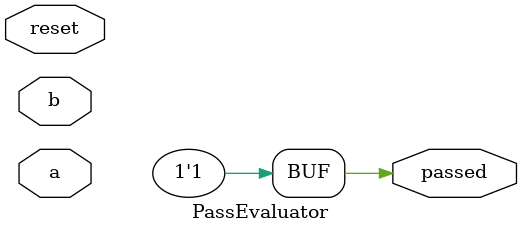
<source format=v>

/* SUMMARY:
This module has a single output `passed` which starts as true.
If the inputs `a` and `b` at any point are not equal, then passed
will become false and stay false until a reset occurs
*/

module PassEvaluator #(
        parameter BIT_WIDTH = 16
    ) (
        input reset,
        input [BIT_WIDTH-1:0] a,
        input [BIT_WIDTH-1:0] b,
        output reg passed
    );

    initial passed = 1;

    always @ (reset) passed = 1;

    always @ (a or b)
        if (a !== b)
            passed = 0;

endmodule

</source>
